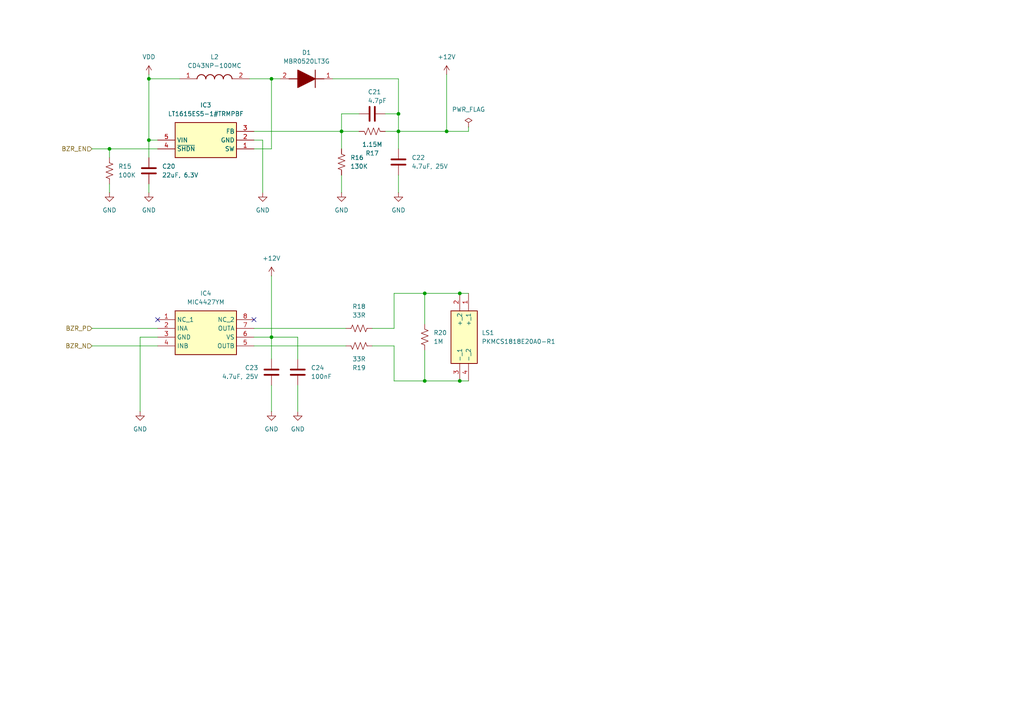
<source format=kicad_sch>
(kicad_sch (version 20250114) (generator "eeschema") (generator_version "9.0")
  (paper "A4")
  (title_block (title "Buzzer") (date "2025-10-02") (rev "REV0.0") (company "NPX4U"))
  (lib_symbols
    (symbol "CD43NP-100MC:CD43NP-100MC" (pin_names (hide yes))
      (property "Reference" "L" (at 16.51 6.35 0))
      (property "Value" "CD43NP-100MC" (at 16.51 3.81 0))
      (symbol "CD43NP-100MC_1_1"
        (arc (start 5.08 0) (mid 6.35 1.219) (end 7.62 0) (stroke (width 0.254)))
        (arc (start 7.62 0) (mid 8.89 1.219) (end 10.16 0) (stroke (width 0.254)))
        (arc (start 10.16 0) (mid 11.43 1.219) (end 12.7 0) (stroke (width 0.254)))
        (arc (start 12.7 0) (mid 13.97 1.219) (end 15.24 0) (stroke (width 0.254)))
        (pin passive line (at 0 0 0) (length 5.08) (name "1") (number "1"))
        (pin passive line (at 20.32 0 180) (length 5.08) (name "2") (number "2"))
      )
    )
    (symbol "Device:C" (pin_numbers (hide yes)) (pin_names (offset 0.254))
      (property "Reference" "C" (at 0.635 2.54 0))
      (property "Value" "C" (at 0.635 -2.54 0))
      (symbol "C_0_1"
        (polyline (pts (xy -2.032 0.762) (xy 2.032 0.762)) (stroke (width 0.508)))
        (polyline (pts (xy -2.032 -0.762) (xy 2.032 -0.762)) (stroke (width 0.508)))
      )
      (symbol "C_1_1"
        (pin passive line (at 0 3.81 270) (length 2.794) (name "~") (number "1"))
        (pin passive line (at 0 -3.81 90) (length 2.794) (name "~") (number "2"))
      )
    )
    (symbol "Device:R_US" (pin_numbers (hide yes)) (pin_names (offset 0))
      (property "Reference" "R" (at 2.54 0 90))
      (property "Value" "R_US" (at -2.54 0 90))
      (symbol "R_US_0_1"
        (polyline (pts (xy 0 2.286) (xy 0 2.54)))
        (polyline (pts (xy 0 2.286) (xy 1.016 1.905) (xy 0 1.524) (xy -1.016 1.143) (xy 0 0.762)))
        (polyline (pts (xy 0 0.762) (xy 1.016 0.381) (xy 0 0) (xy -1.016 -0.381) (xy 0 -0.762)))
        (polyline (pts (xy 0 -0.762) (xy 1.016 -1.143) (xy 0 -1.524) (xy -1.016 -1.905) (xy 0 -2.286)))
        (polyline (pts (xy 0 -2.286) (xy 0 -2.54)))
      )
      (symbol "R_US_1_1"
        (pin passive line (at 0 3.81 270) (length 1.27) (name "~") (number "1"))
        (pin passive line (at 0 -3.81 90) (length 1.27) (name "~") (number "2"))
      )
    )
    (symbol "LT1615ES5-1#TRMPBF:LT1615ES5-1#TRMPBF"
      (property "Reference" "IC" (at 24.13 7.62 0))
      (property "Value" "LT1615ES5-1#TRMPBF" (at 24.13 5.08 0))
      (symbol "LT1615ES5-1#TRMPBF_1_1"
        (rectangle (start 5.08 2.54) (end 22.86 -7.62) (stroke (width 0.254)) (fill (type background)))
        (pin passive line (at 0 0 0) (length 5.08) (name "SW") (number "1"))
        (pin passive line (at 0 -2.54 0) (length 5.08) (name "GND") (number "2"))
        (pin passive line (at 0 -5.08 0) (length 5.08) (name "FB") (number "3"))
        (pin passive line (at 27.94 0 180) (length 5.08) (name "~{SHDN}") (number "4"))
        (pin passive line (at 27.94 -2.54 180) (length 5.08) (name "VIN") (number "5"))
      )
    )
    (symbol "MBR0520LT3G:MBR0520LT3G" (pin_names (hide yes))
      (property "Reference" "D" (at 11.43 5.08 0))
      (property "Value" "MBR0520LT3G" (at 11.43 2.54 0))
      (symbol "MBR0520LT3G_1_1"
        (polyline (pts (xy 2.54 0) (xy 5.08 0)) (stroke (width 0.254)))
        (polyline (pts (xy 5.08 2.54) (xy 5.08 -2.54)) (stroke (width 0.254)))
        (polyline (pts (xy 5.08 0) (xy 10.16 2.54) (xy 10.16 -2.54) (xy 5.08 0)) (stroke (width 0.254)) (fill (type outline)))
        (polyline (pts (xy 10.16 0) (xy 12.7 0)) (stroke (width 0.254)))
        (pin passive line (at 0 0 0) (length 2.54) (name "K") (number "1"))
        (pin passive line (at 15.24 0 180) (length 2.54) (name "A") (number "2"))
      )
    )
    (symbol "MIC4427YM:MIC4427YM"
      (property "Reference" "IC" (at 24.13 7.62 0))
      (property "Value" "MIC4427YM" (at 24.13 5.08 0))
      (symbol "MIC4427YM_1_1"
        (rectangle (start 5.08 2.54) (end 22.86 -10.16) (stroke (width 0.254)) (fill (type background)))
        (pin passive line (at 0 0 0) (length 5.08) (name "NC_1") (number "1"))
        (pin passive line (at 0 -2.54 0) (length 5.08) (name "INA") (number "2"))
        (pin passive line (at 0 -5.08 0) (length 5.08) (name "GND") (number "3"))
        (pin passive line (at 0 -7.62 0) (length 5.08) (name "INB") (number "4"))
        (pin passive line (at 27.94 0 180) (length 5.08) (name "NC_2") (number "8"))
        (pin passive line (at 27.94 -2.54 180) (length 5.08) (name "OUTA") (number "7"))
        (pin passive line (at 27.94 -5.08 180) (length 5.08) (name "VS") (number "6"))
        (pin passive line (at 27.94 -7.62 180) (length 5.08) (name "OUTB") (number "5"))
      )
    )
    (symbol "PKMCS1818E20A0-R1:PKMCS1818E20A0-R1"
      (property "Reference" "LS" (at 21.59 7.62 0))
      (property "Value" "PKMCS1818E20A0-R1" (at 21.59 5.08 0))
      (symbol "PKMCS1818E20A0-R1_1_1"
        (rectangle (start 5.08 2.54) (end 20.32 -5.08) (stroke (width 0.254)) (fill (type background)))
        (pin passive line (at 0 0 0) (length 5.08) (name "+_1") (number "1"))
        (pin passive line (at 0 -2.54 0) (length 5.08) (name "+_2") (number "2"))
        (pin passive line (at 25.4 0 180) (length 5.08) (name "-_2") (number "4"))
        (pin passive line (at 25.4 -2.54 180) (length 5.08) (name "-_1") (number "3"))
      )
    )
    (symbol "power:+12V" (power) (pin_numbers (hide yes)) (pin_names (offset 0) (hide yes))
      (property "Value" "+12V" (at 0 3.556 0))
      (symbol "+12V_0_1"
        (polyline (pts (xy -0.762 1.27) (xy 0 2.54)))
        (polyline (pts (xy 0 2.54) (xy 0.762 1.27)))
        (polyline (pts (xy 0 0) (xy 0 2.54)))
      )
      (symbol "+12V_1_1"
        (pin power_in line (at 0 0 90) (length 0) (name "~") (number "1"))
      )
    )
    (symbol "power:GND" (power) (pin_numbers (hide yes)) (pin_names (offset 0) (hide yes))
      (property "Value" "GND" (at 0 -3.81 0))
      (symbol "GND_0_1"
        (polyline (pts (xy 0 0) (xy 0 -1.27) (xy 1.27 -1.27) (xy 0 -2.54) (xy -1.27 -1.27) (xy 0 -1.27)))
      )
      (symbol "GND_1_1"
        (pin power_in line (at 0 0 270) (length 0) (name "~") (number "1"))
      )
    )
    (symbol "power:PWR_FLAG" (power) (pin_numbers (hide yes)) (pin_names (offset 0) (hide yes))
      (property "Value" "PWR_FLAG" (at 0 3.81 0))
      (symbol "PWR_FLAG_0_0"
        (pin power_out line (at 0 0 90) (length 0) (name "~") (number "1"))
      )
      (symbol "PWR_FLAG_0_1"
        (polyline (pts (xy 0 0) (xy 0 1.27) (xy -1.016 1.905) (xy 0 2.54) (xy 1.016 1.905) (xy 0 1.27)))
      )
    )
    (symbol "power:VDD" (power) (pin_numbers (hide yes)) (pin_names (offset 0) (hide yes))
      (property "Value" "VDD" (at 0 3.556 0))
      (symbol "VDD_0_1"
        (polyline (pts (xy -0.762 1.27) (xy 0 2.54)))
        (polyline (pts (xy 0 2.54) (xy 0.762 1.27)))
        (polyline (pts (xy 0 0) (xy 0 2.54)))
      )
      (symbol "VDD_1_1"
        (pin power_in line (at 0 0 90) (length 0) (name "~") (number "1"))
      )
    )
  )
  (junction (at 78.74 22.86))
  (junction (at 31.75 43.18))
  (junction (at 115.57 38.1))
  (junction (at 129.54 38.1))
  (junction (at 123.19 85.09))
  (junction (at 43.18 40.64))
  (junction (at 99.06 38.1))
  (junction (at 123.19 110.49))
  (junction (at 133.35 85.09))
  (junction (at 133.35 110.49))
  (junction (at 43.18 22.86))
  (junction (at 115.57 33.02))
  (junction (at 78.74 97.79))
  (no_connect (at 45.72 92.71))
  (no_connect (at 73.66 92.71))
  (wire (pts (xy 86.36 104.14) (xy 86.36 97.79)))
  (wire (pts (xy 111.76 38.1) (xy 115.57 38.1)))
  (wire (pts (xy 123.19 110.49) (xy 133.35 110.49)))
  (wire (pts (xy 107.95 95.25) (xy 114.3 95.25)))
  (wire (pts (xy 73.66 100.33) (xy 100.33 100.33)))
  (wire (pts (xy 96.52 22.86) (xy 115.57 22.86)))
  (wire (pts (xy 31.75 43.18) (xy 31.75 45.72)))
  (wire (pts (xy 135.89 38.1) (xy 129.54 38.1)))
  (wire (pts (xy 99.06 38.1) (xy 104.14 38.1)))
  (wire (pts (xy 26.67 95.25) (xy 45.72 95.25)))
  (wire (pts (xy 86.36 97.79) (xy 78.74 97.79)))
  (wire (pts (xy 73.66 43.18) (xy 78.74 43.18)))
  (wire (pts (xy 99.06 33.02) (xy 99.06 38.1)))
  (wire (pts (xy 107.95 100.33) (xy 114.3 100.33)))
  (wire (pts (xy 31.75 53.34) (xy 31.75 55.88)))
  (wire (pts (xy 40.64 97.79) (xy 45.72 97.79)))
  (wire (pts (xy 78.74 43.18) (xy 78.74 22.86)))
  (wire (pts (xy 40.64 119.38) (xy 40.64 97.79)))
  (wire (pts (xy 115.57 22.86) (xy 115.57 33.02)))
  (wire (pts (xy 43.18 40.64) (xy 43.18 45.72)))
  (wire (pts (xy 78.74 97.79) (xy 78.74 104.14)))
  (wire (pts (xy 31.75 43.18) (xy 45.72 43.18)))
  (wire (pts (xy 133.35 110.49) (xy 135.89 110.49)))
  (wire (pts (xy 73.66 95.25) (xy 100.33 95.25)))
  (wire (pts (xy 78.74 97.79) (xy 78.74 80.01)))
  (wire (pts (xy 99.06 50.8) (xy 99.06 55.88)))
  (wire (pts (xy 43.18 21.59) (xy 43.18 22.86)))
  (wire (pts (xy 73.66 38.1) (xy 99.06 38.1)))
  (wire (pts (xy 43.18 22.86) (xy 43.18 40.64)))
  (wire (pts (xy 73.66 40.64) (xy 76.2 40.64)))
  (wire (pts (xy 123.19 101.6) (xy 123.19 110.49)))
  (wire (pts (xy 104.14 33.02) (xy 99.06 33.02)))
  (wire (pts (xy 99.06 38.1) (xy 99.06 43.18)))
  (wire (pts (xy 114.3 85.09) (xy 123.19 85.09)))
  (wire (pts (xy 114.3 110.49) (xy 123.19 110.49)))
  (wire (pts (xy 26.67 100.33) (xy 45.72 100.33)))
  (wire (pts (xy 73.66 97.79) (xy 78.74 97.79)))
  (wire (pts (xy 43.18 53.34) (xy 43.18 55.88)))
  (wire (pts (xy 76.2 40.64) (xy 76.2 55.88)))
  (wire (pts (xy 43.18 22.86) (xy 52.07 22.86)))
  (wire (pts (xy 123.19 85.09) (xy 133.35 85.09)))
  (wire (pts (xy 115.57 50.8) (xy 115.57 55.88)))
  (wire (pts (xy 114.3 95.25) (xy 114.3 85.09)))
  (wire (pts (xy 123.19 93.98) (xy 123.19 85.09)))
  (wire (pts (xy 115.57 38.1) (xy 129.54 38.1)))
  (wire (pts (xy 133.35 85.09) (xy 135.89 85.09)))
  (wire (pts (xy 129.54 38.1) (xy 129.54 21.59)))
  (wire (pts (xy 115.57 38.1) (xy 115.57 43.18)))
  (wire (pts (xy 86.36 111.76) (xy 86.36 119.38)))
  (wire (pts (xy 78.74 111.76) (xy 78.74 119.38)))
  (wire (pts (xy 26.67 43.18) (xy 31.75 43.18)))
  (wire (pts (xy 43.18 40.64) (xy 45.72 40.64)))
  (wire (pts (xy 72.39 22.86) (xy 78.74 22.86)))
  (wire (pts (xy 111.76 33.02) (xy 115.57 33.02)))
  (wire (pts (xy 135.89 36.83) (xy 135.89 38.1)))
  (wire (pts (xy 114.3 100.33) (xy 114.3 110.49)))
  (wire (pts (xy 115.57 33.02) (xy 115.57 38.1)))
  (wire (pts (xy 78.74 22.86) (xy 81.28 22.86)))
  (hierarchical_label "BZR_P" (shape input) (at 26.67 95.25 180))
  (hierarchical_label "BZR_EN" (shape input) (at 26.67 43.18 180))
  (hierarchical_label "BZR_N" (shape input) (at 26.67 100.33 180))
  (symbol (lib_id "power:GND") (at 31.75 55.88 0) (unit 1)
    (property "Reference" "#PWR025" (effects (hide yes)))
    (property "Value" "GND" (at 31.75 60.96 0))
    (property "Description" "Power symbol creates a global label with name \"GND\" , ground" (effects (hide yes)))
  )
  (symbol (lib_id "Device:C") (at 78.74 107.95 0) (mirror y) (unit 1)
    (property "Reference" "C23" (at 74.93 106.6799 0) (effects (justify left)))
    (property "Value" "4.7uF, 25V" (at 74.93 109.2199 0) (effects (justify left)))
    (property "Footprint" "Capacitor_SMD:C_0805_2012Metric" (effects (hide yes)))
    (property "Description" "Unpolarized capacitor" (effects (hide yes)))
    (property "Mouser Part Number" "963-MCAST21GBC7475KT" (effects (hide yes)))
    (property "Supplier Link" "https://pt.mouser.com/ProductDetail/TAIYO-YUDEN/MCAST21GBC7475KTCA01?qs=sGAEpiMZZMt7gvpyg0xT8jBHDtGZvLzXb941vLF5SVj2yozhZB9mcA%3D%3D" (effects (hide yes)))
    (property "Manufacturer" "Taiyo Yuden" (effects (hide yes)))
    (property "Manufacturer Part Number" "MCAST21GBC7475KTCA01" (effects (hide yes)))
  )
  (symbol (lib_id "power:PWR_FLAG") (at 135.89 36.83 0) (unit 1)
    (property "Reference" "#FLG05" (effects (hide yes)))
    (property "Value" "PWR_FLAG" (at 135.89 31.75 0))
    (property "Description" "Special symbol for telling ERC where power comes from" (effects (hide yes)))
  )
  (symbol (lib_id "Device:C") (at 115.57 46.99 0) (unit 1)
    (property "Reference" "C22" (at 119.38 45.7199 0) (effects (justify left)))
    (property "Value" "4.7uF, 25V" (at 119.38 48.2599 0) (effects (justify left)))
    (property "Footprint" "Capacitor_SMD:C_0805_2012Metric" (effects (hide yes)))
    (property "Description" "Unpolarized capacitor" (effects (hide yes)))
    (property "Mouser Part Number" "963-MCAST21GBC7475KT" (effects (hide yes)))
    (property "Supplier Link" "https://pt.mouser.com/ProductDetail/TAIYO-YUDEN/MCAST21GBC7475KTCA01?qs=sGAEpiMZZMt7gvpyg0xT8jBHDtGZvLzXb941vLF5SVj2yozhZB9mcA%3D%3D" (effects (hide yes)))
    (property "Manufacturer" "Taiyo Yuden" (effects (hide yes)))
    (property "Manufacturer Part Number" "MCAST21GBC7475KTCA01" (effects (hide yes)))
  )
  (symbol (lib_id "Device:C") (at 43.18 49.53 0) (unit 1)
    (property "Reference" "C20" (at 46.99 48.2599 0) (effects (justify left)))
    (property "Value" "22uF, 6.3V" (at 46.99 50.7999 0) (effects (justify left)))
    (property "Footprint" "Capacitor_SMD:C_1206_3216Metric" (effects (hide yes)))
    (property "Description" "Unpolarized capacitor" (effects (hide yes)))
    (property "Mouser Part Number" "81-GGM31CD70J226KE2L" (effects (hide yes)))
    (property "Supplier Link" "https://pt.mouser.com/ProductDetail/Murata-Electronics/GGM31CD70J226KE02L?qs=sGAEpiMZZMt7gvpyg0xT8jBHDtGZvLzXbIFnZ8CFMEeTkIVGCJ8NdQ%3D%3D" (effects (hide yes)))
    (property "Manufacturer" "Murata" (effects (hide yes)))
    (property "Manufacturer Part Number" "GGM31CD70J226KE02L" (effects (hide yes)))
  )
  (symbol (lib_id "Device:R_US") (at 104.14 100.33 270) (mirror x) (unit 1)
    (property "Reference" "R19" (at 104.14 106.68 90))
    (property "Value" "33R" (at 104.14 104.14 90))
    (property "Footprint" "Resistor_SMD:R_0402_1005Metric" (effects (hide yes)))
    (property "Description" "Resistor, US symbol" (effects (hide yes)))
    (property "Mouser Part Number" "667-ERJ-S02J330X" (effects (hide yes)))
    (property "Supplier Link" "https://pt.mouser.com/ProductDetail/Panasonic/ERJ-S02J330X?qs=sGAEpiMZZMvdGkrng054t%252BB3dTvXmYJZ97y%2FhHbL7G0%3D" (effects (hide yes)))
    (property "Manufacturer" "Panasonic" (effects (hide yes)))
    (property "Manufacturer Part Number" "ERJ-S02J330X" (effects (hide yes)))
  )
  (symbol (lib_id "Device:R_US") (at 104.14 95.25 270) (unit 1)
    (property "Reference" "R18" (at 104.14 88.9 90))
    (property "Value" "33R" (at 104.14 91.44 90))
    (property "Footprint" "Resistor_SMD:R_0402_1005Metric" (effects (hide yes)))
    (property "Description" "Resistor, US symbol" (effects (hide yes)))
    (property "Mouser Part Number" "667-ERJ-S02J330X" (effects (hide yes)))
    (property "Supplier Link" "https://pt.mouser.com/ProductDetail/Panasonic/ERJ-S02J330X?qs=sGAEpiMZZMvdGkrng054t%252BB3dTvXmYJZ97y%2FhHbL7G0%3D" (effects (hide yes)))
    (property "Manufacturer" "Panasonic" (effects (hide yes)))
    (property "Manufacturer Part Number" "ERJ-S02J330X" (effects (hide yes)))
  )
  (symbol (lib_id "Device:R_US") (at 99.06 46.99 180) (unit 1)
    (property "Reference" "R16" (at 101.6 45.7199 0) (effects (justify right)))
    (property "Value" "130K" (at 101.6 48.2599 0) (effects (justify right)))
    (property "Footprint" "Resistor_SMD:R_0402_1005Metric" (effects (hide yes)))
    (property "Description" "Resistor, US symbol" (effects (hide yes)))
    (property "Mouser Part Number" "603-RC0402DR-07130KL" (effects (hide yes)))
    (property "Supplier Link" "https://pt.mouser.com/ProductDetail/YAGEO/RC0402DR-07130KL?qs=sGAEpiMZZMvdGkrng054t2bZ0yF35f3tzAahqkT9t8Y32vJwWK6EuA%3D%3D" (effects (hide yes)))
    (property "Manufacturer" "Yageo" (effects (hide yes)))
    (property "Manufacturer Part Number" "RC0402DR-07130KL" (effects (hide yes)))
  )
  (symbol (lib_id "power:GND") (at 76.2 55.88 0) (unit 1)
    (property "Reference" "#PWR024" (effects (hide yes)))
    (property "Value" "GND" (at 76.2 60.96 0))
    (property "Description" "Power symbol creates a global label with name \"GND\" , ground" (effects (hide yes)))
  )
  (symbol (lib_id "Device:R_US") (at 107.95 38.1 90) (mirror x) (unit 1)
    (property "Reference" "R17" (at 107.95 44.45 90))
    (property "Value" "1.15M" (at 107.95 41.91 90))
    (property "Footprint" "Resistor_SMD:R_0402_1005Metric" (effects (hide yes)))
    (property "Description" "Resistor, US symbol" (effects (hide yes)))
    (property "Mouser Part Number" "603-RC0402FR-071M15L" (effects (hide yes)))
    (property "Supplier Link" "https://pt.mouser.com/ProductDetail/YAGEO/RC0402FR-071M15L?qs=sGAEpiMZZMvdGkrng054tx7%2F6%252BNA3LAJCTMduANnvMU%3D" (effects (hide yes)))
    (property "Manufacturer" "Yageo" (effects (hide yes)))
    (property "Manufacturer Part Number" "RC0402FR-071M15L" (effects (hide yes)))
  )
  (symbol (lib_id "PKMCS1818E20A0-R1:PKMCS1818E20A0-R1") (at 135.89 85.09 270) (unit 1)
    (property "Reference" "LS1" (at 139.7 96.5199 90) (effects (justify left)))
    (property "Value" "PKMCS1818E20A0-R1" (at 139.7 99.0599 90) (effects (justify left)))
    (property "Footprint" "MyParts:PKMCS1818E20A0R1" (effects (hide yes)))
    (property "Datasheet" "https://www.murata.com/products/productdata/8801054261278/SPEC-PKMCS1818E20A0-R1.pdf?1622037701000" (effects (hide yes)))
    (property "Description" "Buzzers Transducer, Externally Driven Piezo 12 V 2kHz 100dB @ 12V, 10cm Surface Mount Solder Pads" (effects (hide yes)))
    (property "Height" "8" (effects (hide yes)))
    (property "Mouser Part Number" "81-PKMCS1818E20A0-R1" (effects (hide yes)))
    (property "Supplier Link" "https://www.mouser.co.uk/ProductDetail/Murata-Electronics/PKMCS1818E20A0-R1?qs=2m8Gdae5Lr0i0Y6WwcK3JA%3D%3D" (effects (hide yes)))
    (property "Manufacturer" "Murata Electronics" (effects (hide yes)))
    (property "Manufacturer Part Number" "PKMCS1818E20A0-R1" (effects (hide yes)))
  )
  (symbol (lib_id "MBR0520LT3G:MBR0520LT3G") (at 96.52 22.86 180) (unit 1)
    (property "Reference" "D1" (at 88.9 15.24 0))
    (property "Value" "MBR0520LT3G" (at 88.9 17.78 0))
    (property "Footprint" "MyParts:SOD3716X135N" (effects (hide yes)))
    (property "Datasheet" "https://www.onsemi.com/pub/Collateral/MBR0520LT1-D.PDF" (effects (hide yes)))
    (property "Description" "Guardring for Stress Protection; Very Low Forward Voltage (0.38 V Max @ 0.5 A, 25 C); 125 C Operating Junction Temperature; Epoxy Meets UL94, VO at 1/8\"; Package Designed for Optimal Automated Board Assembly Mechanical Characteristics; Reel Options: MBR0520LT1 = 3,000 per 7\" reel/8 mm tape. MBR0520LT3 = 10,000 per 13\" reel/8 mm tape.; Device Marking: B2; Polarity Designator: Cathode Band; Weight: 11.7 mg (approximately); Case: Epoxy, Molded; Finish: All External Surfaces Corrosion Resistant and Terminal Lea" (effects (hide yes)))
    (property "Height" "1.35" (effects (hide yes)))
    (property "Mouser Part Number" "863-MBR0520LT3G" (effects (hide yes)))
    (property "Supplier Link" "https://www.mouser.co.uk/ProductDetail/onsemi/MBR0520LT3G?qs=3JMERSakebrHITezQJBmeQ%3D%3D" (effects (hide yes)))
    (property "Manufacturer" "onsemi" (effects (hide yes)))
    (property "Manufacturer Part Number" "MBR0520LT3G" (effects (hide yes)))
  )
  (symbol (lib_id "LT1615ES5-1#TRMPBF:LT1615ES5-1#TRMPBF") (at 73.66 43.18 180) (unit 1)
    (property "Reference" "IC3" (at 59.69 30.48 0))
    (property "Value" "LT1615ES5-1#TRMPBF" (at 59.69 33.02 0))
    (property "Footprint" "MyParts:SOT95P280X100-5N" (effects (hide yes)))
    (property "Datasheet" "https://datasheet.datasheetarchive.com/originals/distributors/SFDatasheet-4/sf-00090950.pdf" (effects (hide yes)))
    (property "Description" "Linear Technology LT1615ES5-1#TRMPBF, Step Up DC-DC Converter, 300mA, 5-Pin SOT-23" (effects (hide yes)))
    (property "Height" "1" (effects (hide yes)))
    (property "Mouser Part Number" "584-1615ES5-1TRMPBF" (effects (hide yes)))
    (property "Supplier Link" "https://www.mouser.co.uk/ProductDetail/Analog-Devices/LT1615ES5-1TRMPBF?qs=ytflclh7QUUp0a%252Bd7RWj%2FQ%3D%3D" (effects (hide yes)))
    (property "Manufacturer" "Analog Devices" (effects (hide yes)))
    (property "Manufacturer Part Number" "LT1615ES5-1#TRMPBF" (effects (hide yes)))
  )
  (symbol (lib_id "power:+12V") (at 129.54 21.59 0) (unit 1)
    (property "Reference" "#PWR030" (effects (hide yes)))
    (property "Value" "+12V" (at 129.54 16.51 0))
    (property "Description" "Power symbol creates a global label with name \"+12V\"" (effects (hide yes)))
  )
  (symbol (lib_id "power:GND") (at 78.74 119.38 0) (unit 1)
    (property "Reference" "#PWR033" (effects (hide yes)))
    (property "Value" "GND" (at 78.74 124.46 0))
    (property "Description" "Power symbol creates a global label with name \"GND\" , ground" (effects (hide yes)))
  )
  (symbol (lib_id "CD43NP-100MC:CD43NP-100MC") (at 52.07 22.86 0) (unit 1)
    (property "Reference" "L2" (at 62.23 16.51 0))
    (property "Value" "CD43NP-100MC" (at 62.23 19.05 0))
    (property "Footprint" "MyParts:CD43NP100MC" (effects (hide yes)))
    (property "Datasheet" "https://www.arrow.com/en/products/cd43np-100mc/sumida" (effects (hide yes)))
    (property "Description" "Fixed Inductors 10uH 1.04A 20% 2.52MHz SMD PWR IND" (effects (hide yes)))
    (property "Height" "3.5" (effects (hide yes)))
    (property "Mouser Part Number" "851-CD43NP-100MC" (effects (hide yes)))
    (property "Supplier Link" "https://www.mouser.co.uk/ProductDetail/Sumida/CD43NP-100MC?qs=ttApTud31Jaza%252BoSAZtv6w%3D%3D" (effects (hide yes)))
    (property "Manufacturer" "Sumida" (effects (hide yes)))
    (property "Manufacturer Part Number" "CD43NP-100MC" (effects (hide yes)))
  )
  (symbol (lib_id "MIC4427YM:MIC4427YM") (at 45.72 92.71 0) (unit 1)
    (property "Reference" "IC4" (at 59.69 85.09 0))
    (property "Value" "MIC4427YM" (at 59.69 87.63 0))
    (property "Footprint" "MyParts:SOIC127P599X173-8N" (effects (hide yes)))
    (property "Datasheet" "https://ww1.microchip.com/downloads/en/DeviceDoc/MIC4426-7-8-Dual-1-5A-Peak-Low-Side-MOSFET-DRivers-DS20006202A.pdf" (effects (hide yes)))
    (property "Description" "Gate Drivers 1.5A Dual High Speed MOSFET Driver" (effects (hide yes)))
    (property "Height" "1.73" (effects (hide yes)))
    (property "Mouser Part Number" "998-MIC4427YM" (effects (hide yes)))
    (property "Supplier Link" "https://www.mouser.co.uk/ProductDetail/Microchip-Technology/MIC4427YM?qs=kh6iOki%2FeLEkjJUQ4zBy0A%3D%3D" (effects (hide yes)))
    (property "Manufacturer" "Microchip" (effects (hide yes)))
    (property "Manufacturer Part Number" "MIC4427YM" (effects (hide yes)))
  )
  (symbol (lib_id "power:GND") (at 40.64 119.38 0) (unit 1)
    (property "Reference" "#PWR032" (effects (hide yes)))
    (property "Value" "GND" (at 40.64 124.46 0))
    (property "Description" "Power symbol creates a global label with name \"GND\" , ground" (effects (hide yes)))
  )
  (symbol (lib_id "power:GND") (at 99.06 55.88 0) (unit 1)
    (property "Reference" "#PWR029" (effects (hide yes)))
    (property "Value" "GND" (at 99.06 60.96 0))
    (property "Description" "Power symbol creates a global label with name \"GND\" , ground" (effects (hide yes)))
  )
  (symbol (lib_id "power:GND") (at 43.18 55.88 0) (unit 1)
    (property "Reference" "#PWR028" (effects (hide yes)))
    (property "Value" "GND" (at 43.18 60.96 0))
    (property "Description" "Power symbol creates a global label with name \"GND\" , ground" (effects (hide yes)))
  )
  (symbol (lib_id "Device:R_US") (at 31.75 49.53 180) (unit 1)
    (property "Reference" "R15" (at 34.29 48.2599 0) (effects (justify right)))
    (property "Value" "100K" (at 34.29 50.7999 0) (effects (justify right)))
    (property "Footprint" "Resistor_SMD:R_0402_1005Metric" (effects (hide yes)))
    (property "Description" "Resistor, US symbol" (effects (hide yes)))
    (property "Mouser Part Number" "603-RC0402JR-7D100KL" (effects (hide yes)))
    (property "Supplier Link" "https://pt.mouser.com/ProductDetail/YAGEO/RC0402JR-7D100KL?qs=sGAEpiMZZMvdGkrng054tz1y1XEHv7sNDqn1Y%252B6zGYVTl0poVAV1uA%3D%3D" (effects (hide yes)))
    (property "Manufacturer" "Yageo" (effects (hide yes)))
    (property "Manufacturer Part Number" "RC0402JR-7D100KL" (effects (hide yes)))
  )
  (symbol (lib_id "Device:C") (at 86.36 107.95 0) (unit 1)
    (property "Reference" "C24" (at 90.17 106.6799 0) (effects (justify left)))
    (property "Value" "100nF" (at 90.17 109.2199 0) (effects (justify left)))
    (property "Footprint" "Capacitor_SMD:C_0402_1005Metric" (effects (hide yes)))
    (property "Description" "Unpolarized capacitor" (effects (hide yes)))
    (property "Mouser Part Number" "603-CC402KRX7R7BB104" (effects (hide yes)))
    (property "Supplier Link" "https://pt.mouser.com/ProductDetail/YAGEO/CC0402KRX7R7BB104?qs=AgBp2OyFlx%252BSOyhfyS7hpw%3D%3D" (effects (hide yes)))
    (property "Manufacturer" "Yageo" (effects (hide yes)))
    (property "Manufacturer Part Number" "CC0402KRX7R7BB104" (effects (hide yes)))
  )
  (symbol (lib_id "power:GND") (at 115.57 55.88 0) (unit 1)
    (property "Reference" "#PWR027" (effects (hide yes)))
    (property "Value" "GND" (at 115.57 60.96 0))
    (property "Description" "Power symbol creates a global label with name \"GND\" , ground" (effects (hide yes)))
  )
  (symbol (lib_id "Device:R_US") (at 123.19 97.79 180) (unit 1)
    (property "Reference" "R20" (at 125.73 96.5199 0) (effects (justify right)))
    (property "Value" "1M" (at 125.73 99.0599 0) (effects (justify right)))
    (property "Footprint" "Resistor_SMD:R_0402_1005Metric" (effects (hide yes)))
    (property "Description" "Resistor, US symbol" (effects (hide yes)))
    (property "Mouser Part Number" "667-ERJ-2RKD1004X" (effects (hide yes)))
    (property "Supplier Link" "https://pt.mouser.com/ProductDetail/Panasonic/ERJ-2RKD1004X?qs=Ywefl8B65e6r4yb6mm%252BtoQ%3D%3D" (effects (hide yes)))
    (property "Manufacturer" "Panasonic" (effects (hide yes)))
    (property "Manufacturer Part Number" "ERJ-2RKD1004X" (effects (hide yes)))
  )
  (symbol (lib_id "Device:C") (at 107.95 33.02 270) (mirror x) (unit 1)
    (property "Reference" "C21" (at 106.68 26.67 90) (effects (justify left)))
    (property "Value" "4.7pF" (at 106.6801 29.21 90) (effects (justify left)))
    (property "Footprint" "Capacitor_SMD:C_0402_1005Metric" (effects (hide yes)))
    (property "Description" "Unpolarized capacitor" (effects (hide yes)))
    (property "Mouser Part Number" "81-GCM1555C2A4R7BE2D" (effects (hide yes)))
    (property "Supplier Link" "https://pt.mouser.com/ProductDetail/Murata-Electronics/GCM1555C2A4R7BE02D?qs=ZcfC38r4PosznFwfuEub%252Bw%3D%3D" (effects (hide yes)))
    (property "Manufacturer" "Murata" (effects (hide yes)))
    (property "Manufacturer Part Number" "GCM1555C2A4R7BE02D" (effects (hide yes)))
  )
  (symbol (lib_id "power:+12V") (at 78.74 80.01 0) (unit 1)
    (property "Reference" "#PWR031" (effects (hide yes)))
    (property "Value" "+12V" (at 78.74 74.93 0))
    (property "Description" "Power symbol creates a global label with name \"+12V\"" (effects (hide yes)))
  )
  (symbol (lib_id "power:VDD") (at 43.18 21.59 0) (unit 1)
    (property "Reference" "#PWR026" (effects (hide yes)))
    (property "Value" "VDD" (at 43.18 16.51 0))
    (property "Description" "Power symbol creates a global label with name \"VDD\"" (effects (hide yes)))
  )
  (symbol (lib_id "power:GND") (at 86.36 119.38 0) (unit 1)
    (property "Reference" "#PWR034" (effects (hide yes)))
    (property "Value" "GND" (at 86.36 124.46 0))
    (property "Description" "Power symbol creates a global label with name \"GND\" , ground" (effects (hide yes)))
  )
)
</source>
